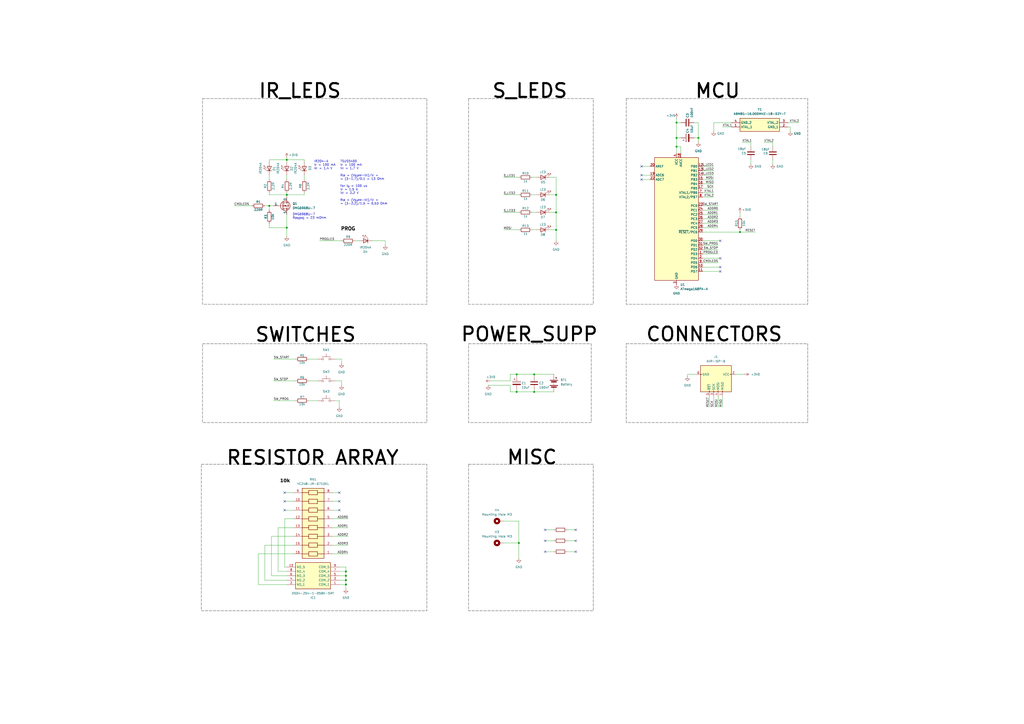
<source format=kicad_sch>
(kicad_sch (version 20231120) (generator "eeschema") (generator_version "8.0")
  (paper "A2")
  (title_block (title "RC5_Remote_Starter") (company "SPŠ NA PROSEKU") (comment 1 "SAVVA POPOV") (comment 2 "2EA") (comment 3 "L1"))
  (lib_symbols
    (symbol "Connector:AVR-ISP-6" (pin_names (offset 1.016))
      (property "Reference" "J" (at -6.35 11.43 0))
      (property "Value" "AVR-ISP-6" (at 0 11.43 0))
      (symbol "AVR-ISP-6_1_1"
        (pin passive line (at 10.16 5.08 180) (length 2.54) (name "MISO") (number "1"))
        (pin passive line (at -2.54 12.7 270) (length 2.54) (name "VCC") (number "2"))
        (pin passive line (at 10.16 0 180) (length 2.54) (name "SCK") (number "3"))
        (pin passive line (at 10.16 2.54 180) (length 2.54) (name "MOSI") (number "4"))
        (pin passive line (at 10.16 -2.54 180) (length 2.54) (name "~{RST}") (number "5"))
        (pin passive line (at -2.54 -10.16 90) (length 2.54) (name "GND") (number "6"))
      )
    )
    (symbol "Device:Battery" (pin_numbers hide) (pin_names (offset 0) hide)
      (property "Reference" "BT" (at 2.54 2.54 0))
      (property "Value" "Battery" (at 2.54 0 0))
      (symbol "Battery_1_1"
        (pin passive line (at 0 5.08 270) (length 2.54) (name "+") (number "1"))
        (pin passive line (at 0 -5.08 90) (length 2.54) (name "-") (number "2"))
      )
    )
    (symbol "Device:C" (pin_numbers hide) (pin_names (offset 0.254))
      (property "Reference" "C" (at 0.635 2.54 0))
      (property "Value" "C" (at 0.635 -2.54 0))
      (symbol "C_1_1"
        (pin passive line (at 0 3.81 270) (length 2.794) (name "~") (number "1"))
        (pin passive line (at 0 -3.81 90) (length 2.794) (name "~") (number "2"))
      )
    )
    (symbol "Device:C_Polarized" (pin_numbers hide) (pin_names (offset 0.254))
      (property "Reference" "C" (at 0.635 2.54 0))
      (property "Value" "C_Polarized" (at 0.635 -2.54 0))
      (symbol "C_Polarized_1_1"
        (pin passive line (at 0 3.81 270) (length 2.794) (name "~") (number "1"))
        (pin passive line (at 0 -3.81 90) (length 2.794) (name "~") (number "2"))
      )
    )
    (symbol "Device:LED" (pin_numbers hide) (pin_names (offset 1.016) hide)
      (property "Reference" "D" (at 0 2.54 0))
      (property "Value" "LED" (at 0 -2.54 0))
      (symbol "LED_1_1"
        (pin passive line (at -3.81 0 0) (length 2.54) (name "K") (number "1"))
        (pin passive line (at 3.81 0 180) (length 2.54) (name "A") (number "2"))
      )
    )
    (symbol "Device:R" (pin_numbers hide) (pin_names (offset 0))
      (property "Reference" "R" (at 2.032 0 90))
      (property "Value" "R" (at 0 0 90))
      (symbol "R_1_1"
        (pin passive line (at 0 3.81 270) (length 1.27) (name "~") (number "1"))
        (pin passive line (at 0 -3.81 90) (length 1.27) (name "~") (number "2"))
      )
    )
    (symbol "LED:IR204A" (pin_numbers hide) (pin_names (offset 1.016) hide)
      (property "Reference" "D" (at 0.508 1.778 0))
      (property "Value" "IR204A" (at -1.016 -2.794 0))
      (symbol "IR204A_1_1"
        (pin passive line (at -5.08 0 0) (length 2.54) (name "K") (number "1"))
        (pin passive line (at 2.54 0 180) (length 2.54) (name "A") (number "2"))
      )
    )
    (symbol "MCU_Microchip_ATmega:ATmega168PA-A"
      (property "Reference" "U" (at -12.7 36.83 0))
      (property "Value" "ATmega168PA-A" (at 2.54 -36.83 0))
      (symbol "ATmega168PA-A_1_1"
        (pin bidirectional line (at 15.24 -20.32 180) (length 2.54) (name "PD3") (number "1"))
        (pin bidirectional line (at 15.24 -27.94 180) (length 2.54) (name "PD6") (number "10"))
        (pin bidirectional line (at 15.24 -30.48 180) (length 2.54) (name "PD7") (number "11"))
        (pin bidirectional line (at 15.24 30.48 180) (length 2.54) (name "PB0") (number "12"))
        (pin bidirectional line (at 15.24 27.94 180) (length 2.54) (name "PB1") (number "13"))
        (pin bidirectional line (at 15.24 25.4 180) (length 2.54) (name "PB2") (number "14"))
        (pin bidirectional line (at 15.24 22.86 180) (length 2.54) (name "PB3") (number "15"))
        (pin bidirectional line (at 15.24 20.32 180) (length 2.54) (name "PB4") (number "16"))
        (pin bidirectional line (at 15.24 17.78 180) (length 2.54) (name "PB5") (number "17"))
        (pin power_in line (at 2.54 38.1 270) (length 2.54) (name "AVCC") (number "18"))
        (pin input line (at -15.24 25.4 0) (length 2.54) (name "ADC6") (number "19"))
        (pin bidirectional line (at 15.24 -22.86 180) (length 2.54) (name "PD4") (number "2"))
        (pin passive line (at -15.24 30.48 0) (length 2.54) (name "AREF") (number "20"))
        (pin passive line (at 0 -38.1 90) (length 2.54) hide (name "GND") (number "21"))
        (pin input line (at -15.24 22.86 0) (length 2.54) (name "ADC7") (number "22"))
        (pin bidirectional line (at 15.24 7.62 180) (length 2.54) (name "PC0") (number "23"))
        (pin bidirectional line (at 15.24 5.08 180) (length 2.54) (name "PC1") (number "24"))
        (pin bidirectional line (at 15.24 2.54 180) (length 2.54) (name "PC2") (number "25"))
        (pin bidirectional line (at 15.24 0 180) (length 2.54) (name "PC3") (number "26"))
        (pin bidirectional line (at 15.24 -2.54 180) (length 2.54) (name "PC4") (number "27"))
        (pin bidirectional line (at 15.24 -5.08 180) (length 2.54) (name "PC5") (number "28"))
        (pin bidirectional line (at 15.24 -7.62 180) (length 2.54) (name "~{RESET}/PC6") (number "29"))
        (pin power_in line (at 0 -38.1 90) (length 2.54) (name "GND") (number "3"))
        (pin bidirectional line (at 15.24 -12.7 180) (length 2.54) (name "PD0") (number "30"))
        (pin bidirectional line (at 15.24 -15.24 180) (length 2.54) (name "PD1") (number "31"))
        (pin bidirectional line (at 15.24 -17.78 180) (length 2.54) (name "PD2") (number "32"))
        (pin power_in line (at 0 38.1 270) (length 2.54) (name "VCC") (number "4"))
        (pin passive line (at 0 -38.1 90) (length 2.54) hide (name "GND") (number "5"))
        (pin passive line (at 0 38.1 270) (length 2.54) hide (name "VCC") (number "6"))
        (pin bidirectional line (at 15.24 15.24 180) (length 2.54) (name "XTAL1/PB6") (number "7"))
        (pin bidirectional line (at 15.24 12.7 180) (length 2.54) (name "XTAL2/PB7") (number "8"))
        (pin bidirectional line (at 15.24 -25.4 180) (length 2.54) (name "PD5") (number "9"))
      )
    )
    (symbol "Mechanical:MountingHole_Pad" (pin_numbers hide) (pin_names (offset 1.016) hide) (exclude_from_sim yes) (in_bom no)
      (property "Reference" "H" (at 0 6.35 0))
      (property "Value" "MountingHole_Pad" (at 0 4.445 0))
      (symbol "MountingHole_Pad_1_1"
        (pin input line (at 0 -2.54 90) (length 2.54) (name "1") (number "1"))
      )
    )
    (symbol "SUMEC:ABM8G-16.000MHZ-18-D2Y-T"
      (property "Reference" "Y" (at 29.21 7.62 0))
      (property "Value" "ABM8G-16.000MHZ-18-D2Y-T" (at 29.21 5.08 0))
      (symbol "ABM8G-16.000MHZ-18-D2Y-T_1_1"
        (pin passive line (at 0 -2.54 0) (length 5.08) (name "XTAL_1") (number "1"))
        (pin passive line (at 33.02 -2.54 180) (length 5.08) (name "GND_1") (number "2"))
        (pin passive line (at 33.02 0 180) (length 5.08) (name "XTAL_2") (number "3"))
        (pin passive line (at 0 0 0) (length 5.08) (name "GND_2") (number "4"))
      )
    )
    (symbol "SUMEC:DS04-254-1-05BK-SMT"
      (property "Reference" "IC" (at 26.67 7.62 0))
      (property "Value" "DS04-254-1-05BK-SMT" (at 26.67 5.08 0))
      (symbol "DS04-254-1-05BK-SMT_1_1"
        (pin passive line (at 0 0 0) (length 5.08) (name "COM_1") (number "1"))
        (pin passive line (at 30.48 -10.16 180) (length 5.08) (name "NO_5") (number "10"))
        (pin passive line (at 30.48 0 180) (length 5.08) (name "NO_1") (number "2"))
        (pin passive line (at 0 -2.54 0) (length 5.08) (name "COM_2") (number "3"))
        (pin passive line (at 30.48 -2.54 180) (length 5.08) (name "NO_2") (number "4"))
        (pin passive line (at 0 -5.08 0) (length 5.08) (name "COM_3") (number "5"))
        (pin passive line (at 30.48 -5.08 180) (length 5.08) (name "NO_3") (number "6"))
        (pin passive line (at 0 -7.62 0) (length 5.08) (name "COM_4") (number "7"))
        (pin passive line (at 30.48 -7.62 180) (length 5.08) (name "NO_4") (number "8"))
        (pin passive line (at 0 -10.16 0) (length 5.08) (name "COM_5") (number "9"))
      )
    )
    (symbol "SUMEC:YC248-JR-0710KL" (pin_names hide)
      (property "Reference" "RN" (at 25.908 -2.54 0))
      (property "Value" "YC248-JR-0710KL" (at 25.908 -5.08 0))
      (symbol "YC248-JR-0710KL_1_1"
        (pin passive line (at 7.62 -15.24 90) (length 5.08) (name "1") (number "1"))
        (pin passive line (at 38.1 7.62 270) (length 5.08) (name "10") (number "10"))
        (pin passive line (at 33.02 7.62 270) (length 5.08) (name "11") (number "11"))
        (pin passive line (at 27.94 7.62 270) (length 5.08) (name "12") (number "12"))
        (pin passive line (at 22.86 7.62 270) (length 5.08) (name "13") (number "13"))
        (pin passive line (at 17.78 7.62 270) (length 5.08) (name "14") (number "14"))
        (pin passive line (at 12.7 7.62 270) (length 5.08) (name "15") (number "15"))
        (pin passive line (at 7.62 7.62 270) (length 5.08) (name "16") (number "16"))
        (pin passive line (at 12.7 -15.24 90) (length 5.08) (name "2") (number "2"))
        (pin passive line (at 17.78 -15.24 90) (length 5.08) (name "3") (number "3"))
        (pin passive line (at 22.86 -15.24 90) (length 5.08) (name "4") (number "4"))
        (pin passive line (at 27.94 -15.24 90) (length 5.08) (name "5") (number "5"))
        (pin passive line (at 33.02 -15.24 90) (length 5.08) (name "6") (number "6"))
        (pin passive line (at 38.1 -15.24 90) (length 5.08) (name "7") (number "7"))
        (pin passive line (at 43.18 -15.24 90) (length 5.08) (name "8") (number "8"))
        (pin passive line (at 43.18 7.62 270) (length 5.08) (name "9") (number "9"))
      )
    )
    (symbol "Simulation_SPICE:NMOS" (pin_numbers hide) (pin_names (offset 0))
      (property "Reference" "Q" (at 5.08 1.27 0))
      (property "Value" "NMOS" (at 5.08 -1.27 0))
      (symbol "NMOS_1_1"
        (pin passive line (at 2.54 5.08 270) (length 2.54) (name "D") (number "1"))
        (pin input line (at -5.08 0 0) (length 2.54) (name "G") (number "2"))
        (pin passive line (at 2.54 -5.08 90) (length 2.54) (name "S") (number "3"))
      )
    )
    (symbol "Switch:SW_Push" (pin_numbers hide) (pin_names (offset 1.016) hide)
      (property "Reference" "SW" (at 1.27 2.54 0))
      (property "Value" "SW_Push" (at 0 -1.524 0))
      (symbol "SW_Push_0_1"
        (pin passive line (at -5.08 0 0) (length 2.54) (name "1") (number "1"))
        (pin passive line (at 5.08 0 180) (length 2.54) (name "2") (number "2"))
      )
    )
    (symbol "power:+3V0" (power) (pin_numbers hide) (pin_names (offset 0) hide)
      (property "Value" "+3V0" (at 0 3.556 0))
      (symbol "+3V0_1_1"
        (pin power_in line (at 0 0 90) (length 0) (name "~") (number "1"))
      )
    )
    (symbol "power:GND" (power) (pin_numbers hide) (pin_names (offset 0) hide)
      (property "Value" "GND" (at 0 -3.81 0))
      (symbol "GND_1_1"
        (pin power_in line (at 0 0 270) (length 0) (name "~") (number "1"))
      )
    )
  )
  (junction (at 200.66 336.55))
  (junction (at 156.21 119.38))
  (junction (at 309.88 217.17))
  (junction (at 392.43 85.09))
  (junction (at 200.66 331.47))
  (junction (at 309.88 227.33))
  (junction (at 166.37 113.03))
  (junction (at 392.43 80.01))
  (junction (at 322.58 113.03))
  (junction (at 166.37 132.08))
  (junction (at 200.66 334.01))
  (junction (at 299.72 217.17))
  (junction (at 392.43 71.12))
  (junction (at 300.99 314.96))
  (junction (at 429.26 134.62))
  (junction (at 405.13 80.01))
  (junction (at 166.37 92.71))
  (junction (at 322.58 123.19))
  (junction (at 200.66 339.09))
  (junction (at 299.72 227.33))
  (junction (at 322.58 133.35))
  (no_connect (at 316.23 313.69))
  (no_connect (at 316.23 307.34))
  (no_connect (at 196.85 285.75))
  (no_connect (at 417.83 154.94))
  (no_connect (at 196.85 295.91))
  (no_connect (at 165.1 285.75))
  (no_connect (at 372.11 101.6))
  (no_connect (at 165.1 290.83))
  (no_connect (at 165.1 295.91))
  (no_connect (at 334.01 313.69))
  (no_connect (at 334.01 307.34))
  (no_connect (at 417.83 149.86))
  (no_connect (at 196.85 290.83))
  (no_connect (at 372.11 104.14))
  (no_connect (at 372.11 96.52))
  (no_connect (at 417.83 139.7))
  (no_connect (at 417.83 157.48))
  (no_connect (at 334.01 320.04))
  (no_connect (at 316.23 320.04))
  (wire (pts (xy 308.61 123.19) (xy 309.88 123.19)))
  (wire (pts (xy 372.11 101.6) (xy 377.19 101.6)))
  (wire (pts (xy 223.52 139.7) (xy 223.52 142.24)) (stroke (width 0.1524)))
  (wire (pts (xy 417.83 154.94) (xy 407.67 154.94)))
  (wire (pts (xy 283.21 223.52) (xy 295.91 223.52)) (stroke (width 0.1524)))
  (wire (pts (xy 166.37 336.55) (xy 153.67 336.55)))
  (wire (pts (xy 318.77 102.87) (xy 322.58 102.87)) (stroke (width 0.1524)))
  (wire (pts (xy 448.31 82.55) (xy 448.31 85.09)))
  (wire (pts (xy 407.67 104.14) (xy 414.02 104.14)))
  (wire (pts (xy 407.67 121.92) (xy 416.56 121.92)))
  (wire (pts (xy 165.1 295.91) (xy 170.18 295.91)))
  (wire (pts (xy 153.67 336.55) (xy 153.67 316.23)))
  (wire (pts (xy 193.04 316.23) (xy 201.93 316.23)))
  (wire (pts (xy 308.61 113.03) (xy 309.88 113.03)))
  (wire (pts (xy 316.23 313.69) (xy 321.31 313.69)))
  (wire (pts (xy 157.48 311.15) (xy 170.18 311.15)))
  (wire (pts (xy 443.23 82.55) (xy 448.31 82.55)))
  (wire (pts (xy 166.37 132.08) (xy 166.37 124.46)) (stroke (width 0.1524)))
  (wire (pts (xy 334.01 320.04) (xy 328.93 320.04)))
  (wire (pts (xy 392.43 71.12) (xy 394.97 71.12)))
  (wire (pts (xy 414.02 229.87) (xy 414.02 236.22)))
  (wire (pts (xy 171.45 208.28) (xy 158.75 208.28)) (stroke (width 0.1524)))
  (wire (pts (xy 166.37 328.93) (xy 165.1 328.93)))
  (wire (pts (xy 309.88 217.17) (xy 321.31 217.17)) (stroke (width 0.1524)))
  (wire (pts (xy 166.37 92.71) (xy 176.53 92.71)))
  (wire (pts (xy 161.29 306.07) (xy 170.18 306.07)))
  (wire (pts (xy 322.58 113.03) (xy 322.58 123.19)) (stroke (width 0.1524)))
  (wire (pts (xy 299.72 217.17) (xy 299.72 218.44)))
  (wire (pts (xy 295.91 227.33) (xy 299.72 227.33)) (stroke (width 0.1524)))
  (wire (pts (xy 429.26 133.35) (xy 429.26 134.62)))
  (wire (pts (xy 166.37 334.01) (xy 157.48 334.01)))
  (wire (pts (xy 392.43 71.12) (xy 392.43 80.01)))
  (wire (pts (xy 176.53 101.6) (xy 176.53 104.14)))
  (wire (pts (xy 185.42 139.7) (xy 198.12 139.7)))
  (wire (pts (xy 179.07 232.41) (xy 181.61 232.41)))
  (wire (pts (xy 300.99 302.26) (xy 300.99 314.96)))
  (wire (pts (xy 200.66 331.47) (xy 200.66 328.93)))
  (wire (pts (xy 166.37 339.09) (xy 149.86 339.09)))
  (wire (pts (xy 407.67 99.06) (xy 414.02 99.06)))
  (wire (pts (xy 411.48 229.87) (xy 411.48 236.22)))
  (wire (pts (xy 179.07 208.28) (xy 184.15 208.28)))
  (wire (pts (xy 407.67 111.76) (xy 414.02 111.76)))
  (wire (pts (xy 407.67 127) (xy 416.56 127)))
  (wire (pts (xy 398.78 217.17) (xy 398.78 218.44)))
  (wire (pts (xy 405.13 71.12) (xy 402.59 71.12)))
  (wire (pts (xy 407.67 124.46) (xy 416.56 124.46)))
  (wire (pts (xy 165.1 290.83) (xy 170.18 290.83)))
  (wire (pts (xy 198.12 208.28) (xy 194.31 208.28)) (stroke (width 0.1524)))
  (wire (pts (xy 200.66 336.55) (xy 196.85 336.55)))
  (wire (pts (xy 407.67 96.52) (xy 414.02 96.52)))
  (wire (pts (xy 166.37 91.44) (xy 166.37 92.71)))
  (wire (pts (xy 407.67 134.62) (xy 429.26 134.62)))
  (wire (pts (xy 176.53 92.71) (xy 176.53 93.98)))
  (wire (pts (xy 334.01 307.34) (xy 328.93 307.34)))
  (wire (pts (xy 402.59 80.01) (xy 405.13 80.01)))
  (wire (pts (xy 299.72 227.33) (xy 309.88 227.33)) (stroke (width 0.1524)))
  (wire (pts (xy 405.13 71.12) (xy 405.13 80.01)))
  (wire (pts (xy 407.67 129.54) (xy 416.56 129.54)))
  (wire (pts (xy 311.15 102.87) (xy 309.88 102.87)) (stroke (width 0.1524)))
  (wire (pts (xy 394.97 88.9) (xy 394.97 85.09)))
  (wire (pts (xy 458.47 73.66) (xy 457.2 73.66)))
  (wire (pts (xy 407.67 119.38) (xy 416.56 119.38)))
  (wire (pts (xy 394.97 80.01) (xy 392.43 80.01)))
  (wire (pts (xy 392.43 80.01) (xy 392.43 85.09)))
  (wire (pts (xy 407.67 144.78) (xy 416.56 144.78)))
  (wire (pts (xy 394.97 85.09) (xy 392.43 85.09)))
  (wire (pts (xy 158.75 232.41) (xy 171.45 232.41)) (stroke (width 0.1524)))
  (wire (pts (xy 431.8 217.17) (xy 426.72 217.17)))
  (wire (pts (xy 417.83 139.7) (xy 407.67 139.7)))
  (wire (pts (xy 196.85 339.09) (xy 200.66 339.09)))
  (wire (pts (xy 392.43 85.09) (xy 392.43 88.9)))
  (wire (pts (xy 200.66 341.63) (xy 200.66 339.09)))
  (wire (pts (xy 198.12 208.28) (xy 198.12 210.82)) (stroke (width 0.1524)))
  (wire (pts (xy 407.67 132.08) (xy 416.56 132.08)))
  (wire (pts (xy 299.72 217.17) (xy 309.88 217.17)) (stroke (width 0.1524)))
  (wire (pts (xy 318.77 133.35) (xy 322.58 133.35)) (stroke (width 0.1524)))
  (wire (pts (xy 407.67 101.6) (xy 414.02 101.6)))
  (wire (pts (xy 372.11 96.52) (xy 377.19 96.52)))
  (wire (pts (xy 205.74 139.7) (xy 207.01 139.7)))
  (wire (pts (xy 429.26 123.19) (xy 429.26 125.73)))
  (wire (pts (xy 200.66 334.01) (xy 196.85 334.01)))
  (wire (pts (xy 166.37 331.47) (xy 161.29 331.47)))
  (wire (pts (xy 158.75 220.98) (xy 171.45 220.98)))
  (wire (pts (xy 200.66 339.09) (xy 200.66 336.55)))
  (wire (pts (xy 392.43 68.58) (xy 392.43 71.12)))
  (wire (pts (xy 405.13 82.55) (xy 405.13 80.01)))
  (wire (pts (xy 419.1 229.87) (xy 419.1 236.22)))
  (wire (pts (xy 309.88 226.06) (xy 309.88 227.33)))
  (wire (pts (xy 156.21 119.38) (xy 156.21 121.92)) (stroke (width 0.1524)))
  (wire (pts (xy 334.01 313.69) (xy 328.93 313.69)))
  (wire (pts (xy 308.61 102.87) (xy 309.88 102.87)))
  (wire (pts (xy 414.02 71.12) (xy 414.02 76.2)))
  (wire (pts (xy 165.1 328.93) (xy 165.1 300.99)))
  (wire (pts (xy 200.66 334.01) (xy 200.66 331.47)))
  (wire (pts (xy 156.21 92.71) (xy 166.37 92.71)))
  (wire (pts (xy 194.31 232.41) (xy 196.85 232.41)) (stroke (width 0.1524)))
  (wire (pts (xy 179.07 220.98) (xy 184.15 220.98)))
  (wire (pts (xy 166.37 113.03) (xy 156.21 113.03)))
  (wire (pts (xy 417.83 149.86) (xy 407.67 149.86)))
  (wire (pts (xy 398.78 217.17) (xy 403.86 217.17)))
  (wire (pts (xy 318.77 123.19) (xy 322.58 123.19)) (stroke (width 0.1524)))
  (wire (pts (xy 435.61 82.55) (xy 435.61 85.09)))
  (wire (pts (xy 215.9 139.7) (xy 223.52 139.7)) (stroke (width 0.1524)))
  (wire (pts (xy 193.04 321.31) (xy 201.93 321.31)))
  (wire (pts (xy 156.21 129.54) (xy 156.21 132.08)))
  (wire (pts (xy 309.88 217.17) (xy 309.88 218.44)))
  (wire (pts (xy 292.1 302.26) (xy 300.99 302.26)))
  (wire (pts (xy 153.67 119.38) (xy 156.21 119.38)) (stroke (width 0.1524)))
  (wire (pts (xy 193.04 311.15) (xy 201.93 311.15)))
  (wire (pts (xy 416.56 229.87) (xy 416.56 236.22)))
  (wire (pts (xy 414.02 114.3) (xy 407.67 114.3)))
  (wire (pts (xy 322.58 102.87) (xy 322.58 113.03)) (stroke (width 0.1524)))
  (wire (pts (xy 322.58 123.19) (xy 322.58 133.35)) (stroke (width 0.1524)))
  (wire (pts (xy 196.85 232.41) (xy 196.85 236.22)) (stroke (width 0.1524)))
  (wire (pts (xy 166.37 111.76) (xy 166.37 113.03)))
  (wire (pts (xy 299.72 123.19) (xy 292.1 123.19)) (stroke (width 0.1524)))
  (wire (pts (xy 156.21 132.08) (xy 166.37 132.08)) (stroke (width 0.1524)))
  (wire (pts (xy 407.67 152.4) (xy 416.56 152.4)))
  (wire (pts (xy 156.21 119.38) (xy 158.75 119.38)) (stroke (width 0.1524)))
  (wire (pts (xy 208.28 139.7) (xy 207.01 139.7)) (stroke (width 0.1524)))
  (wire (pts (xy 292.1 314.96) (xy 300.99 314.96)))
  (wire (pts (xy 181.61 232.41) (xy 184.15 232.41)) (stroke (width 0.1524)))
  (wire (pts (xy 322.58 133.35) (xy 322.58 139.7)) (stroke (width 0.1524)))
  (wire (pts (xy 407.67 142.24) (xy 416.56 142.24)))
  (wire (pts (xy 299.72 133.35) (xy 292.1 133.35)) (stroke (width 0.1524)))
  (wire (pts (xy 299.72 226.06) (xy 299.72 227.33)))
  (wire (pts (xy 407.67 109.22) (xy 414.02 109.22)))
  (wire (pts (xy 299.72 102.87) (xy 292.1 102.87)) (stroke (width 0.1524)))
  (wire (pts (xy 429.26 134.62) (xy 438.15 134.62)))
  (wire (pts (xy 153.67 316.23) (xy 170.18 316.23)))
  (wire (pts (xy 309.88 227.33) (xy 321.31 227.33)) (stroke (width 0.1524)))
  (wire (pts (xy 156.21 93.98) (xy 156.21 92.71)))
  (wire (pts (xy 196.85 285.75) (xy 193.04 285.75)))
  (wire (pts (xy 176.53 113.03) (xy 166.37 113.03)))
  (wire (pts (xy 156.21 101.6) (xy 156.21 104.14)))
  (wire (pts (xy 196.85 295.91) (xy 193.04 295.91)))
  (wire (pts (xy 414.02 71.12) (xy 424.18 71.12)))
  (wire (pts (xy 193.04 300.99) (xy 201.93 300.99)))
  (wire (pts (xy 463.55 71.12) (xy 457.2 71.12)))
  (wire (pts (xy 458.47 73.66) (xy 458.47 76.2)))
  (wire (pts (xy 299.72 113.03) (xy 300.99 113.03)))
  (wire (pts (xy 295.91 223.52) (xy 295.91 227.33)) (stroke (width 0.1524)))
  (wire (pts (xy 419.1 73.66) (xy 424.18 73.66)))
  (wire (pts (xy 300.99 314.96) (xy 300.99 323.85)))
  (wire (pts (xy 316.23 320.04) (xy 321.31 320.04)))
  (wire (pts (xy 299.72 133.35) (xy 300.99 133.35)))
  (wire (pts (xy 149.86 321.31) (xy 170.18 321.31)))
  (wire (pts (xy 166.37 137.16) (xy 166.37 132.08)))
  (wire (pts (xy 200.66 336.55) (xy 200.66 334.01)))
  (wire (pts (xy 299.72 113.03) (xy 292.1 113.03)) (stroke (width 0.1524)))
  (wire (pts (xy 200.66 328.93) (xy 196.85 328.93)))
  (wire (pts (xy 311.15 123.19) (xy 309.88 123.19)) (stroke (width 0.1524)))
  (wire (pts (xy 198.12 220.98) (xy 194.31 220.98)) (stroke (width 0.1524)))
  (wire (pts (xy 176.53 111.76) (xy 176.53 113.03)))
  (wire (pts (xy 430.53 82.55) (xy 435.61 82.55)))
  (wire (pts (xy 166.37 101.6) (xy 166.37 104.14)))
  (wire (pts (xy 157.48 334.01) (xy 157.48 311.15)))
  (wire (pts (xy 135.89 119.38) (xy 146.05 119.38)))
  (wire (pts (xy 165.1 300.99) (xy 170.18 300.99)))
  (wire (pts (xy 166.37 113.03) (xy 166.37 114.3)))
  (wire (pts (xy 284.48 220.98) (xy 295.91 220.98)) (stroke (width 0.1524)))
  (wire (pts (xy 166.37 92.71) (xy 166.37 93.98)))
  (wire (pts (xy 156.21 111.76) (xy 156.21 113.03)))
  (wire (pts (xy 448.31 92.71) (xy 448.31 95.25)))
  (wire (pts (xy 372.11 104.14) (xy 377.19 104.14)))
  (wire (pts (xy 316.23 307.34) (xy 321.31 307.34)))
  (wire (pts (xy 198.12 220.98) (xy 198.12 223.52)) (stroke (width 0.1524)))
  (wire (pts (xy 311.15 113.03) (xy 309.88 113.03)) (stroke (width 0.1524)))
  (wire (pts (xy 161.29 331.47) (xy 161.29 306.07)))
  (wire (pts (xy 200.66 331.47) (xy 196.85 331.47)))
  (wire (pts (xy 407.67 147.32) (xy 416.56 147.32)))
  (wire (pts (xy 149.86 339.09) (xy 149.86 321.31)))
  (wire (pts (xy 318.77 113.03) (xy 322.58 113.03)) (stroke (width 0.1524)))
  (wire (pts (xy 435.61 92.71) (xy 435.61 95.25)))
  (wire (pts (xy 299.72 102.87) (xy 300.99 102.87)))
  (wire (pts (xy 308.61 133.35) (xy 311.15 133.35)) (stroke (width 0.1524)))
  (wire (pts (xy 295.91 217.17) (xy 299.72 217.17)) (stroke (width 0.1524)))
  (wire (pts (xy 165.1 285.75) (xy 170.18 285.75)))
  (wire (pts (xy 299.72 123.19) (xy 300.99 123.19)))
  (wire (pts (xy 193.04 306.07) (xy 201.93 306.07)))
  (wire (pts (xy 196.85 290.83) (xy 193.04 290.83)))
  (wire (pts (xy 407.67 106.68) (xy 414.02 106.68)))
  (wire (pts (xy 417.83 157.48) (xy 407.67 157.48)))
  (wire (pts (xy 295.91 220.98) (xy 295.91 217.17)) (stroke (width 0.1524)))
  (rectangle (start 117.475 57.15) (end 247.65 176.53) (stroke (width 0) (type dash) (color 0 0 0 1)))
  (rectangle (start 117.475 199.39) (end 247.65 245.11) (stroke (width 0) (type dash) (color 0 0 0 1)))
  (rectangle (start 271.78 199.39) (end 342.9 245.11) (stroke (width 0) (type dash) (color 0 0 0 1)))
  (rectangle (start 271.78 269.24) (end 344.17 354.33) (stroke (width 0) (type dash) (color 0 0 0 1)))
  (rectangle (start 116.84 269.24) (end 247.65 354.33) (stroke (width 0) (type dash) (color 0 0 0 1)))
  (rectangle (start 363.22 199.39) (end 468.63 245.11) (stroke (width 0) (type dash) (color 0 0 0 1)))
  (rectangle (start 271.78 57.15) (end 344.17 176.53) (stroke (width 0) (type dash) (color 0 0 0 1)))
  (rectangle (start 363.22 57.15) (end 468.63 176.53) (stroke (width 0) (type dash) (color 0 0 0 1)))
  (text "MISC" (at 308.61 265.43 0) (effects (font (size 8 8) (thickness 1.2) (bold yes))))
  (text "MCU" (at 416.306 52.832 0) (effects (font (size 8 8) (thickness 1.2) (bold yes))))
  (text "IR204-A\nI_{F} = 100 mA\nV_{F} = 1.4 V" (at 182.118 92.964 0) (effects (font (size 1.27 1.27)) (justify left top)))
  (text "SWITCHES" (at 177.292 194.31 0) (effects (font (size 8 8) (thickness 1.2) (bold yes))))
  (text "10k" (at 165.354 279.654 0) (effects (font (size 2 2) (thickness 0.4) (bold yes))))
  (text "POWER_SUPP" (at 307.086 194.056 0) (effects (font (size 8 8) (thickness 1.2) (bold yes))))
  (text "RESISTOR ARRAY" (at 181.356 265.684 0) (effects (font (size 8 8) (thickness 1.2) (bold yes))))
  (text "TSUS5400\nI_{F} = 100 mA\nV_{F} = 1.7 V\n\nR_{IR} = (V_{SUPP}-V_{F})/I_{F} =\n= (3-1.7)/0.1 = 13 Ohm\n\nfor t_{p} < 100 us\nI_{F} = 1.5 A\nV_{F} = 2.2 V\n\nR_{IR} = (V_{SUPP}-V_{F})/I_{F} =\n= (3-2.2)/1.5 = 0.53 Ohm\n" (at 197.358 92.964 0) (effects (font (size 1.27 1.27)) (justify left top)))
  (text "S_LEDS" (at 307.34 52.832 0) (effects (font (size 8 8) (thickness 1.2) (bold yes))))
  (text "CONNECTORS" (at 414.274 194.056 0) (effects (font (size 8 8) (thickness 1.2) (bold yes))))
  (text "IR_LEDS" (at 173.99 52.832 0) (effects (font (size 8 8) (thickness 1.2) (bold yes))))
  (text "PROG" (at 201.93 132.842 0) (effects (font (size 2 2) (bold yes))))
  (text "DMG6968U-7\nR_{DS(ON)} = 23 mOhm" (at 169.672 123.698 0) (effects (font (size 1.27 1.27)) (justify left top)))
  (label "MISO" (at 419.1 236.22 90) (effects (font (size 1.2446 1.2446))))
  (label "XTAL1" (at 414.02 111.76 180) (effects (font (size 1.2446 1.2446))))
  (label "MOSI" (at 416.56 236.22 90) (effects (font (size 1.2446 1.2446))))
  (label "XTAL2" (at 443.23 82.55 0) (effects (font (size 1.2446 1.2446))))
  (label "PROGLED" (at 185.42 139.7 0) (effects (font (size 1.2446 1.2446))))
  (label "SW_PROG" (at 416.56 142.24 180) (effects (font (size 1.2446 1.2446))))
  (label "ADDR2" (at 416.56 127 180) (effects (font (size 1.2446 1.2446))))
  (label "S_LED1" (at 292.1 102.87 0) (effects (font (size 1.2446 1.2446))))
  (label "SCK" (at 414.02 236.22 90) (effects (font (size 1.2446 1.2446))))
  (label "XTAL1" (at 419.1 73.66 0) (effects (font (size 1.2446 1.2446))))
  (label "ADDR0" (at 201.93 300.99 180) (effects (font (size 1.2446 1.2446))))
  (label "MOSI" (at 292.1 133.35 0) (effects (font (size 1.2446 1.2446))))
  (label "RESET" (at 438.15 134.62 180) (effects (font (size 1.2446 1.2446))))
  (label "SW_START" (at 158.75 208.28 0) (effects (font (size 1.2446 1.2446))))
  (label "MISO" (at 414.02 106.68 180) (effects (font (size 1.2446 1.2446))))
  (label "MOSI" (at 414.02 104.14 180) (effects (font (size 1.2446 1.2446))))
  (label "S_LED3" (at 292.1 123.19 0) (effects (font (size 1.2446 1.2446))))
  (label "XTAL2" (at 463.55 71.12 180) (effects (font (size 1.2446 1.2446))))
  (label "ADDR1" (at 416.56 124.46 180) (effects (font (size 1.2446 1.2446))))
  (label "SW_STOP" (at 158.75 220.98 0) (effects (font (size 1.2446 1.2446))))
  (label "RESET" (at 411.48 236.22 90) (effects (font (size 1.2446 1.2446))))
  (label "S_LED2" (at 292.1 113.03 0) (effects (font (size 1.2446 1.2446))))
  (label "SW_START" (at 416.56 119.38 180) (effects (font (size 1.2446 1.2446))))
  (label "S_LED3" (at 414.02 101.6 180) (effects (font (size 1.2446 1.2446))))
  (label "S_LED2" (at 414.02 99.06 180) (effects (font (size 1.2446 1.2446))))
  (label "ADDR3" (at 416.56 129.54 180) (effects (font (size 1.2446 1.2446))))
  (label "ADDR1" (at 201.93 306.07 180) (effects (font (size 1.2446 1.2446))))
  (label "ADDR2" (at 201.93 311.15 180) (effects (font (size 1.2446 1.2446))))
  (label "ADDR0" (at 416.56 121.92 180) (effects (font (size 1.2446 1.2446))))
  (label "CMDLEDS" (at 135.89 119.38 0) (effects (font (size 1.2446 1.2446))))
  (label "ADDR3" (at 201.93 316.23 180) (effects (font (size 1.2446 1.2446))))
  (label "PROGLED" (at 416.56 147.32 180) (effects (font (size 1.2446 1.2446))))
  (label "XTAL1" (at 430.53 82.55 0) (effects (font (size 1.2446 1.2446))))
  (label "XTAL2" (at 414.02 114.3 180) (effects (font (size 1.2446 1.2446))))
  (label "ADDR4" (at 416.56 132.08 180) (effects (font (size 1.2446 1.2446))))
  (label "CMDLEDS" (at 416.56 152.4 180) (effects (font (size 1.2446 1.2446))))
  (label "ADDR4" (at 201.93 321.31 180) (effects (font (size 1.2446 1.2446))))
  (label "SCK" (at 414.02 109.22 180) (effects (font (size 1.2446 1.2446))))
  (label "SW_PROG" (at 158.75 232.41 0) (effects (font (size 1.2446 1.2446))))
  (label "S_LED1" (at 414.02 96.52 180) (effects (font (size 1.2446 1.2446))))
  (label "SW_STOP" (at 416.56 144.78 180) (effects (font (size 1.2446 1.2446))))
  (symbol (lib_id "Device:C") (at 398.78 71.12 90) (unit 1)
    (property "Reference" "C3" (at 398.78 68.326 0) (effects (justify left)))
    (property "Value" "100nF" (at 401.32 68.326 0) (effects (justify left)))
    (property "Footprint" "Capacitor_SMD:C_0805_2012Metric_Pad1.18x1.45mm_HandSolder" (effects (hide yes)))
    (property "Description" "Unpolarized capacitor" (effects (hide yes)))
  )
  (symbol (lib_id "Device:R") (at 325.12 313.69 90) (unit 1)
    (property "Reference" "R16" (effects (hide yes)))
    (property "Value" "R" (effects (hide yes)))
    (property "Footprint" "sumec-smdV2_library:SPS LOGO" (effects (hide yes)))
    (property "Description" "Resistor" (effects (hide yes)))
  )
  (symbol (lib_id "power:GND") (at 223.52 142.24 0) (unit 1)
    (property "Reference" "#PWR07" (effects (hide yes)))
    (property "Value" "GND" (at 223.52 147.32 0))
    (property "Description" "Power symbol creates a global label with name \"GND\" , ground" (effects (hide yes)))
  )
  (symbol (lib_id "power:GND") (at 392.43 165.1 0) (unit 1)
    (property "Reference" "#PWR012" (effects (hide yes)))
    (property "Value" "GND" (at 392.43 170.18 0))
    (property "Description" "Power symbol creates a global label with name \"GND\" , ground" (effects (hide yes)))
  )
  (symbol (lib_id "power:GND") (at 322.58 139.7 0) (unit 1)
    (property "Reference" "#PWR010" (effects (hide yes)))
    (property "Value" "GND" (at 322.58 144.78 0))
    (property "Description" "Power symbol creates a global label with name \"GND\" , ground" (effects (hide yes)))
  )
  (symbol (lib_id "Switch:SW_Push") (at 189.23 232.41 0) (unit 1)
    (property "Reference" "SW3" (at 189.23 227.076 0))
    (property "Value" "SW_Push" (effects (hide yes)))
    (property "Footprint" "Button_Switch_THT:SW_PUSH_6mm" (effects (hide yes)))
    (property "Description" "Push button switch, generic, two pins" (effects (hide yes)))
  )
  (symbol (lib_id "LED:IR204A") (at 166.37 96.52 90) (unit 1)
    (property "Reference" "D2" (at 169.164 97.79 0))
    (property "Value" "IR204A" (at 161.29 97.663 0))
    (property "Footprint" "LED_THT:LED_D3.0mm_Horizontal_O3.81mm_Z10.0mm_flipped" (effects (hide yes)))
    (property "Datasheet" "http://www.everlight.com/file/ProductFile/IR204-A.pdf" (effects (hide yes)))
    (property "Description" "Infrared LED , 3mm LED package" (effects (hide yes)))
  )
  (symbol (lib_id "Device:R") (at 175.26 220.98 90) (unit 1)
    (property "Reference" "R6" (at 175.26 218.948 90))
    (property "Value" "10k" (at 175.26 223.012 90))
    (property "Footprint" "Resistor_SMD:R_0805_2012Metric_Pad1.20x1.40mm_HandSolder" (effects (hide yes)))
    (property "Description" "Resistor" (effects (hide yes)))
  )
  (symbol (lib_id "Device:C_Polarized") (at 398.78 80.01 90) (unit 1)
    (property "Reference" "C4" (at 398.78 77.216 0) (effects (justify left)))
    (property "Value" "10uF" (at 401.32 77.216 0) (effects (justify left)))
    (property "Footprint" "Capacitor_Tantalum_SMD:CP_EIA-3216-18_Kemet-A_Pad1.58x1.35mm_HandSolder" (effects (hide yes)))
    (property "Description" "Polarized capacitor" (effects (hide yes)))
  )
  (symbol (lib_id "power:GND") (at 300.99 323.85 0) (unit 1)
    (property "Reference" "#PWR021" (effects (hide yes)))
    (property "Value" "GND" (at 300.99 328.93 0))
    (property "Description" "Power symbol creates a global label with name \"GND\" , ground" (effects (hide yes)))
  )
  (symbol (lib_id "power:GND") (at 200.66 341.63 0) (unit 1)
    (property "Reference" "#PWR06" (effects (hide yes)))
    (property "Value" "GND" (at 200.66 346.71 0))
    (property "Description" "Power symbol creates a global label with name \"GND\" , ground" (effects (hide yes)))
  )
  (symbol (lib_id "power:GND") (at 448.31 95.25 0) (unit 1)
    (property "Reference" "#PWR019" (effects (hide yes)))
    (property "Value" "GND" (at 452.374 96.52 0))
    (property "Description" "Power symbol creates a global label with name \"GND\" , ground" (effects (hide yes)))
  )
  (symbol (lib_id "Device:LED") (at 314.96 102.87 180) (unit 1)
    (property "Reference" "D5" (at 314.96 105.664 0))
    (property "Value" "LED" (at 314.96 99.822 0))
    (property "Footprint" "LED_SMD:LED_0805_2012Metric_Pad1.15x1.40mm_HandSolder" (effects (hide yes)))
    (property "Description" "Light emitting diode" (effects (hide yes)))
  )
  (symbol (lib_id "power:GND") (at 414.02 76.2 0) (unit 1)
    (property "Reference" "#PWR015" (effects (hide yes)))
    (property "Value" "GND" (at 418.084 77.47 0))
    (property "Description" "Power symbol creates a global label with name \"GND\" , ground" (effects (hide yes)))
  )
  (symbol (lib_id "Mechanical:MountingHole_Pad") (at 289.56 302.26 90) (unit 1) (exclude_from_sim yes) (in_bom no)
    (property "Reference" "H4" (at 288.29 295.91 90))
    (property "Value" "Mounting Hole M3" (at 288.29 298.45 90))
    (property "Footprint" "MountingHole:MountingHole_3.2mm_M3_ISO7380_Pad" (effects (hide yes)))
    (property "Description" "Mounting Hole with connection" (effects (hide yes)))
  )
  (symbol (lib_id "power:GND") (at 198.12 210.82 0) (unit 1)
    (property "Reference" "#PWR04" (effects (hide yes)))
    (property "Value" "GND" (at 198.12 215.9 0))
    (property "Description" "Power symbol creates a global label with name \"GND\" , ground" (effects (hide yes)))
  )
  (symbol (lib_id "Connector:AVR-ISP-6") (at 414.02 219.71 270) (unit 1)
    (property "Reference" "J1" (at 415.29 207.01 90))
    (property "Value" "AVR-ISP-6" (at 415.29 209.55 90))
    (property "Footprint" "Connector_PinHeader_2.54mm:PinHeader_2x03_P2.54mm_Vertical" (effects (hide yes)))
    (property "Datasheet" " ~" (effects (hide yes)))
    (property "Description" "Atmel 6-pin ISP connector" (effects (hide yes)))
  )
  (symbol (lib_id "LED:IR204A") (at 210.82 139.7 0) (mirror y) (unit 1)
    (property "Reference" "D4" (at 211.963 146.05 0))
    (property "Value" "IR204A" (at 211.963 143.51 0))
    (property "Footprint" "LED_THT:LED_D3.0mm_Horizontal_O3.81mm_Z10.0mm_flipped" (effects (hide yes)))
    (property "Datasheet" "http://www.everlight.com/file/ProductFile/IR204-A.pdf" (effects (hide yes)))
    (property "Description" "Infrared LED , 3mm LED package" (effects (hide yes)))
  )
  (symbol (lib_id "Device:R") (at 304.8 102.87 90) (unit 1)
    (property "Reference" "R10" (at 304.8 100.584 90))
    (property "Value" "1k" (at 304.8 105.156 90))
    (property "Footprint" "Resistor_SMD:R_0805_2012Metric_Pad1.20x1.40mm_HandSolder" (effects (hide yes)))
    (property "Description" "Resistor" (effects (hide yes)))
  )
  (symbol (lib_id "Device:R") (at 429.26 129.54 180) (unit 1)
    (property "Reference" "R15" (at 427.228 129.54 90))
    (property "Value" "10k" (at 431.546 129.54 90))
    (property "Footprint" "Resistor_SMD:R_0805_2012Metric_Pad1.20x1.40mm_HandSolder" (effects (hide yes)))
    (property "Description" "Resistor" (effects (hide yes)))
  )
  (symbol (lib_id "Device:C_Polarized") (at 299.72 222.25 0) (unit 1)
    (property "Reference" "C1" (at 302.514 222.25 0) (effects (justify left)))
    (property "Value" "10uF" (at 302.514 224.79 0) (effects (justify left)))
    (property "Footprint" "Capacitor_Tantalum_SMD:CP_EIA-3216-18_Kemet-A_Pad1.58x1.35mm_HandSolder" (effects (hide yes)))
    (property "Description" "Polarized capacitor" (effects (hide yes)))
  )
  (symbol (lib_id "Device:R") (at 325.12 320.04 90) (unit 1)
    (property "Reference" "R17" (effects (hide yes)))
    (property "Value" "R" (effects (hide yes)))
    (property "Footprint" "sumec-remote_library:boi" (effects (hide yes)))
    (property "Description" "Resistor" (effects (hide yes)))
  )
  (symbol (lib_id "Device:R") (at 149.86 119.38 90) (unit 1)
    (property "Reference" "R1" (at 149.86 117.094 90))
    (property "Value" "220R" (at 149.86 121.666 90))
    (property "Footprint" "Resistor_SMD:R_0805_2012Metric_Pad1.20x1.40mm_HandSolder" (effects (hide yes)))
    (property "Description" "Resistor" (effects (hide yes)))
  )
  (symbol (lib_id "Device:R") (at 201.93 139.7 90) (unit 1)
    (property "Reference" "R9" (at 201.93 137.414 90))
    (property "Value" "220R" (at 201.93 141.986 90))
    (property "Footprint" "Resistor_SMD:R_0805_2012Metric_Pad1.20x1.40mm_HandSolder" (effects (hide yes)))
    (property "Description" "Resistor" (effects (hide yes)))
  )
  (symbol (lib_id "Switch:SW_Push") (at 189.23 208.28 0) (unit 1)
    (property "Reference" "SW1" (at 189.23 202.946 0))
    (property "Value" "SW_Push" (effects (hide yes)))
    (property "Footprint" "Button_Switch_THT:SW_PUSH_6mm" (effects (hide yes)))
    (property "Description" "Push button switch, generic, two pins" (effects (hide yes)))
  )
  (symbol (lib_id "power:+3V0") (at 431.8 217.17 270) (unit 1)
    (property "Reference" "#PWR017" (effects (hide yes)))
    (property "Value" "+3V0" (at 435.61 217.1699 90) (effects (justify left)))
    (property "Description" "Power symbol creates a global label with name \"+3V0\"" (effects (hide yes)))
  )
  (symbol (lib_id "power:GND") (at 166.37 137.16 0) (unit 1)
    (property "Reference" "#PWR02" (effects (hide yes)))
    (property "Value" "GND" (at 166.37 142.24 0))
    (property "Description" "Power symbol creates a global label with name \"GND\" , ground" (effects (hide yes)))
  )
  (symbol (lib_id "Device:R") (at 156.21 125.73 180) (unit 1)
    (property "Reference" "R3" (at 154.178 125.73 90))
    (property "Value" "10k" (at 158.242 125.73 90))
    (property "Footprint" "Resistor_SMD:R_0805_2012Metric_Pad1.20x1.40mm_HandSolder" (effects (hide yes)))
    (property "Description" "Resistor" (effects (hide yes)))
  )
  (symbol (lib_id "power:GND") (at 398.78 218.44 0) (unit 1)
    (property "Reference" "#PWR013" (effects (hide yes)))
    (property "Value" "GND" (at 398.78 223.52 0))
    (property "Description" "Power symbol creates a global label with name \"GND\" , ground" (effects (hide yes)))
  )
  (symbol (lib_id "LED:IR204A") (at 156.21 96.52 90) (unit 1)
    (property "Reference" "D1" (at 159.004 97.79 0))
    (property "Value" "IR204A" (at 151.13 97.663 0))
    (property "Footprint" "LED_THT:LED_D3.0mm_Horizontal_O3.81mm_Z10.0mm" (effects (hide yes)))
    (property "Datasheet" "http://www.everlight.com/file/ProductFile/IR204-A.pdf" (effects (hide yes)))
    (property "Description" "Infrared LED , 3mm LED package" (effects (hide yes)))
  )
  (symbol (lib_id "Device:R") (at 166.37 107.95 180) (unit 1)
    (property "Reference" "R4" (at 164.084 107.95 90))
    (property "Value" "2.2R" (at 168.656 107.95 90))
    (property "Footprint" "Resistor_SMD:R_0805_2012Metric_Pad1.20x1.40mm_HandSolder" (effects (hide yes)))
    (property "Description" "Resistor" (effects (hide yes)))
  )
  (symbol (lib_id "power:GND") (at 196.85 236.22 0) (unit 1)
    (property "Reference" "#PWR03" (effects (hide yes)))
    (property "Value" "GND" (at 196.85 241.3 0))
    (property "Description" "Power symbol creates a global label with name \"GND\" , ground" (effects (hide yes)))
  )
  (symbol (lib_id "Device:R") (at 156.21 107.95 180) (unit 1)
    (property "Reference" "R2" (at 153.924 107.95 90))
    (property "Value" "2.2R" (at 158.496 107.95 90))
    (property "Footprint" "Resistor_SMD:R_0805_2012Metric_Pad1.20x1.40mm_HandSolder" (effects (hide yes)))
    (property "Description" "Resistor" (effects (hide yes)))
  )
  (symbol (lib_id "power:GND") (at 458.47 76.2 0) (unit 1)
    (property "Reference" "#PWR020" (effects (hide yes)))
    (property "Value" "GND" (at 462.534 77.47 0))
    (property "Description" "Power symbol creates a global label with name \"GND\" , ground" (effects (hide yes)))
  )
  (symbol (lib_id "Mechanical:MountingHole_Pad") (at 289.56 314.96 90) (unit 1) (exclude_from_sim yes) (in_bom no)
    (property "Reference" "H3" (at 288.29 308.61 90))
    (property "Value" "Mounting Hole M3" (at 288.29 311.15 90))
    (property "Footprint" "MountingHole:MountingHole_3.2mm_M3_ISO7380_Pad" (effects (hide yes)))
    (property "Description" "Mounting Hole with connection" (effects (hide yes)))
  )
  (symbol (lib_id "power:+3V0") (at 392.43 68.58 0) (unit 1)
    (property "Reference" "#PWR011" (effects (hide yes)))
    (property "Value" "+3V0" (at 389.128 67.056 0))
    (property "Description" "Power symbol creates a global label with name \"+3V0\"" (effects (hide yes)))
  )
  (symbol (lib_id "Device:R") (at 325.12 307.34 90) (unit 1)
    (property "Reference" "R14" (effects (hide yes)))
    (property "Value" "R" (effects (hide yes)))
    (property "Footprint" "sumec-remote_library:purosidenegative" (effects (hide yes)))
    (property "Description" "Resistor" (effects (hide yes)))
  )
  (symbol (lib_id "Device:LED") (at 314.96 133.35 180) (unit 1)
    (property "Reference" "D8" (at 314.96 136.144 0))
    (property "Value" "LED" (at 314.96 130.302 0))
    (property "Footprint" "LED_SMD:LED_0805_2012Metric_Pad1.15x1.40mm_HandSolder" (effects (hide yes)))
    (property "Description" "Light emitting diode" (effects (hide yes)))
  )
  (symbol (lib_id "Device:C") (at 309.88 222.25 0) (unit 1)
    (property "Reference" "C2" (at 312.674 222.25 0) (effects (justify left)))
    (property "Value" "100nF" (at 312.674 224.79 0) (effects (justify left)))
    (property "Footprint" "Capacitor_SMD:C_0805_2012Metric_Pad1.18x1.45mm_HandSolder" (effects (hide yes)))
    (property "Description" "Unpolarized capacitor" (effects (hide yes)))
  )
  (symbol (lib_id "power:GND") (at 435.61 95.25 0) (unit 1)
    (property "Reference" "#PWR018" (effects (hide yes)))
    (property "Value" "GND" (at 439.674 96.52 0))
    (property "Description" "Power symbol creates a global label with name \"GND\" , ground" (effects (hide yes)))
  )
  (symbol (lib_id "Device:R") (at 175.26 232.41 90) (unit 1)
    (property "Reference" "R7" (at 175.26 230.378 90))
    (property "Value" "10k" (at 175.26 234.442 90))
    (property "Footprint" "Resistor_SMD:R_0805_2012Metric_Pad1.20x1.40mm_HandSolder" (effects (hide yes)))
    (property "Description" "Resistor" (effects (hide yes)))
  )
  (symbol (lib_id "Device:C") (at 435.61 88.9 180) (unit 1)
    (property "Reference" "C5" (at 432.816 88.9 0) (effects (justify left)))
    (property "Value" "18pF" (at 432.816 86.36 0) (effects (justify left)))
    (property "Footprint" "Capacitor_SMD:C_0805_2012Metric_Pad1.18x1.45mm_HandSolder" (effects (hide yes)))
    (property "Description" "Unpolarized capacitor" (effects (hide yes)))
  )
  (symbol (lib_id "SUMEC:YC248-JR-0710KL") (at 177.8 328.93 90) (unit 1)
    (property "Reference" "RN1" (at 181.61 278.13 90))
    (property "Value" "YC248-JR-0710KL" (at 181.61 280.67 90))
    (property "Footprint" "sumec-remote_library:resistor_array" (effects (hide yes)))
    (property "Datasheet" "https://www.arrow.com/en/products/yc248-jr-0710kl/yageo?region=nac" (effects (hide yes)))
    (property "Description" "Resistor Networks & Arrays 10K 5% CONVEX SQUARE 8X0402" (effects (hide yes)))
    (property "Height" "0.55" (effects (hide yes)))
    (property "Mouser Part Number" "603-YC248-JR-0710KL" (effects (hide yes)))
    (property "Mouser Price/Stock" "https://www.mouser.co.uk/ProductDetail/YAGEO/YC248-JR-0710KL?qs=8cPjvKtxWv7XgZyJevtvWg%3D%3D" (effects (hide yes)))
    (property "Manufacturer_Name" "YAGEO" (effects (hide yes)))
    (property "Manufacturer_Part_Number" "YC248-JR-0710KL" (effects (hide yes)))
  )
  (symbol (lib_id "LED:IR204A") (at 176.53 96.52 90) (unit 1)
    (property "Reference" "D3" (at 179.832 97.536 0))
    (property "Value" "IR204A" (at 171.45 97.663 0))
    (property "Footprint" "LED_THT:LED_D3.0mm_Horizontal_O3.81mm_Z10.0mm" (effects (hide yes)))
    (property "Datasheet" "http://www.everlight.com/file/ProductFile/IR204-A.pdf" (effects (hide yes)))
    (property "Description" "Infrared LED , 3mm LED package" (effects (hide yes)))
  )
  (symbol (lib_id "Simulation_SPICE:NMOS") (at 163.83 119.38 0) (unit 1)
    (property "Reference" "Q1" (at 169.672 118.11 0) (effects (justify left)))
    (property "Value" "DMG6968U-7" (at 169.672 120.65 0) (effects (justify left)))
    (property "Footprint" "Package_TO_SOT_SMD:SOT-23-3" (effects (hide yes)))
    (property "Datasheet" "https://ngspice.sourceforge.io/docs/ngspice-html-manual/manual.xhtml#cha_MOSFETs" (effects (hide yes)))
    (property "Description" "N-MOSFET transistor, drain/source/gate" (effects (hide yes)))
    (property "Sim.Device" "NMOS" (effects (hide yes)))
    (property "Sim.Type" "VDMOS" (effects (hide yes)))
    (property "Sim.Pins" "1=D 2=G 3=S" (effects (hide yes)))
  )
  (symbol (lib_id "power:GND") (at 405.13 82.55 0) (unit 1)
    (property "Reference" "#PWR014" (effects (hide yes)))
    (property "Value" "GND" (at 405.13 87.63 0))
    (property "Description" "Power symbol creates a global label with name \"GND\" , ground" (effects (hide yes)))
  )
  (symbol (lib_id "Device:R") (at 304.8 113.03 90) (unit 1)
    (property "Reference" "R11" (at 304.8 110.744 90))
    (property "Value" "1k" (at 304.8 115.316 90))
    (property "Footprint" "Resistor_SMD:R_0805_2012Metric_Pad1.20x1.40mm_HandSolder" (effects (hide yes)))
    (property "Description" "Resistor" (effects (hide yes)))
  )
  (symbol (lib_id "Device:R") (at 175.26 208.28 90) (unit 1)
    (property "Reference" "R5" (at 175.26 206.248 90))
    (property "Value" "10k" (at 175.26 210.312 90))
    (property "Footprint" "Resistor_SMD:R_0805_2012Metric_Pad1.20x1.40mm_HandSolder" (effects (hide yes)))
    (property "Description" "Resistor" (effects (hide yes)))
  )
  (symbol (lib_id "power:+3V0") (at 284.48 220.98 90) (unit 1)
    (property "Reference" "#PWR09" (effects (hide yes)))
    (property "Value" "+3V0" (at 284.734 218.694 90))
    (property "Description" "Power symbol creates a global label with name \"+3V0\"" (effects (hide yes)))
  )
  (symbol (lib_id "SUMEC:DS04-254-1-05BK-SMT") (at 196.85 339.09 180) (unit 1)
    (property "Reference" "IC1" (at 181.61 346.71 0))
    (property "Value" "DS04-254-1-05BK-SMT" (at 181.61 344.17 0))
    (property "Footprint" "sumec-remote_library:dip_switch" (effects (hide yes)))
    (property "Datasheet" "https://www.cuidevices.com/product/resource/ds04-254-smt.pdf" (effects (hide yes)))
    (property "Description" "DIP Switches / SIP Switches 1 12 Positions, Surface Mount, 2.54 mm Pitch, Slide Actuator, DIP Switch" (effects (hide yes)))
    (property "Height" "4.85" (effects (hide yes)))
    (property "Mouser Part Number" "490-DS04254105BK-SMT" (effects (hide yes)))
    (property "Mouser Price/Stock" "https://www.mouser.co.uk/ProductDetail/CUI-Devices/DS04-254-1-05BK-SMT?qs=wnTfsH77Xs5Ndj%252Bt08dChA%3D%3D" (effects (hide yes)))
    (property "Manufacturer_Name" "CUI Devices" (effects (hide yes)))
    (property "Manufacturer_Part_Number" "DS04-254-1-05BK-SMT" (effects (hide yes)))
  )
  (symbol (lib_id "power:GND") (at 198.12 223.52 0) (unit 1)
    (property "Reference" "#PWR05" (effects (hide yes)))
    (property "Value" "GND" (at 198.12 228.6 0))
    (property "Description" "Power symbol creates a global label with name \"GND\" , ground" (effects (hide yes)))
  )
  (symbol (lib_id "Device:Battery") (at 321.31 222.25 0) (unit 1)
    (property "Reference" "BT1" (at 325.12 220.4084 0) (effects (justify left)))
    (property "Value" "Battery" (at 325.12 222.9484 0) (effects (justify left)))
    (property "Footprint" "Battery:BatteryHolder_Keystone_2462_2xAA - no holes" (effects (hide yes)))
    (property "Description" "Multiple-cell battery" (effects (hide yes)))
  )
  (symbol (lib_id "Device:R") (at 176.53 107.95 180) (unit 1)
    (property "Reference" "R8" (at 174.244 107.95 90))
    (property "Value" "2.2R" (at 178.816 107.95 90))
    (property "Footprint" "Resistor_SMD:R_0805_2012Metric_Pad1.20x1.40mm_HandSolder" (effects (hide yes)))
    (property "Description" "Resistor" (effects (hide yes)))
  )
  (symbol (lib_id "Device:R") (at 304.8 123.19 90) (unit 1)
    (property "Reference" "R12" (at 304.8 120.904 90))
    (property "Value" "1k" (at 304.8 125.476 90))
    (property "Footprint" "Resistor_SMD:R_0805_2012Metric_Pad1.20x1.40mm_HandSolder" (effects (hide yes)))
    (property "Description" "Resistor" (effects (hide yes)))
  )
  (symbol (lib_id "Switch:SW_Push") (at 189.23 220.98 0) (unit 1)
    (property "Reference" "SW2" (at 189.23 215.646 0))
    (property "Value" "SW_Push" (effects (hide yes)))
    (property "Footprint" "Button_Switch_THT:SW_PUSH_6mm" (effects (hide yes)))
    (property "Description" "Push button switch, generic, two pins" (effects (hide yes)))
  )
  (symbol (lib_id "Device:LED") (at 314.96 113.03 180) (unit 1)
    (property "Reference" "D6" (at 314.96 115.824 0))
    (property "Value" "LED" (at 314.96 109.982 0))
    (property "Footprint" "LED_SMD:LED_0805_2012Metric_Pad1.15x1.40mm_HandSolder" (effects (hide yes)))
    (property "Description" "Light emitting diode" (effects (hide yes)))
  )
  (symbol (lib_id "power:+3V0") (at 166.37 91.44 0) (unit 1)
    (property "Reference" "#PWR01" (effects (hide yes)))
    (property "Value" "+3V0" (at 170.18 89.916 0))
    (property "Description" "Power symbol creates a global label with name \"+3V0\"" (effects (hide yes)))
  )
  (symbol (lib_id "SUMEC:ABM8G-16.000MHZ-18-D2Y-T") (at 424.18 71.12 0) (unit 1)
    (property "Reference" "Y1" (at 440.69 63.5 0))
    (property "Value" "ABM8G-16.000MHZ-18-D2Y-T" (at 440.69 66.04 0))
    (property "Footprint" "sumec-remote_library:crystal_smd" (effects (hide yes)))
    (property "Datasheet" "https://abracon.com/Resonators/ABM8G.pdf" (effects (hide yes)))
    (property "Description" "16 MHz +/-20ppm Crystal 18pF 80 Ohms 4-SMD, No Lead" (effects (hide yes)))
    (property "Height" "1" (effects (hide yes)))
    (property "Mouser Part Number" "815-ABM8G-16-18D2Y" (effects (hide yes)))
    (property "Mouser Price/Stock" "https://www.mouser.co.uk/ProductDetail/ABRACON/ABM8G-16.000MHZ-18-D2Y-T?qs=3LVMET7lfiPkoUdIbdKAPg%3D%3D" (effects (hide yes)))
    (property "Manufacturer_Name" "ABRACON" (effects (hide yes)))
    (property "Manufacturer_Part_Number" "ABM8G-16.000MHZ-18-D2Y-T" (effects (hide yes)))
  )
  (symbol (lib_id "MCU_Microchip_ATmega:ATmega168PA-A") (at 392.43 127 0) (unit 1)
    (property "Reference" "U1" (at 394.6541 165.1 0) (effects (justify left)))
    (property "Value" "ATmega168PA-A" (at 394.6541 167.64 0) (effects (justify left)))
    (property "Footprint" "Package_QFP:TQFP-32_7x7mm_P0.8mm" (effects (hide yes)))
    (property "Datasheet" "https://ww1.microchip.com/downloads/en/DeviceDoc/Atmel-9223-Automotive-Microcontrollers-ATmega48PA-ATmega88PA-ATmega168PA_Datasheet.pdf" (effects (hide yes)))
    (property "Description" "20MHz, 16kB Flash, 1kB SRAM, 512B EEPROM, TQFP-32" (effects (hide yes)))
  )
  (symbol (lib_id "Device:LED") (at 314.96 123.19 180) (unit 1)
    (property "Reference" "D7" (at 314.96 125.984 0))
    (property "Value" "LED" (at 314.96 120.142 0))
    (property "Footprint" "LED_SMD:LED_0805_2012Metric_Pad1.15x1.40mm_HandSolder" (effects (hide yes)))
    (property "Description" "Light emitting diode" (effects (hide yes)))
  )
  (symbol (lib_id "power:+3V0") (at 429.26 123.19 0) (unit 1)
    (property "Reference" "#PWR016" (effects (hide yes)))
    (property "Value" "+3V0" (at 433.07 121.666 0))
    (property "Description" "Power symbol creates a global label with name \"+3V0\"" (effects (hide yes)))
  )
  (symbol (lib_id "Device:R") (at 304.8 133.35 90) (unit 1)
    (property "Reference" "R13" (at 304.8 131.064 90))
    (property "Value" "1k" (at 304.8 135.636 90))
    (property "Footprint" "Resistor_SMD:R_0805_2012Metric_Pad1.20x1.40mm_HandSolder" (effects (hide yes)))
    (property "Description" "Resistor" (effects (hide yes)))
  )
  (symbol (lib_id "power:GND") (at 283.21 223.52 0) (unit 1)
    (property "Reference" "#PWR08" (effects (hide yes)))
    (property "Value" "GND" (at 283.21 228.6 0))
    (property "Description" "Power symbol creates a global label with name \"GND\" , ground" (effects (hide yes)))
  )
  (symbol (lib_id "Device:C") (at 448.31 88.9 180) (unit 1)
    (property "Reference" "C6" (at 445.516 88.9 0) (effects (justify left)))
    (property "Value" "18pF" (at 446.532 86.614 0) (effects (justify left)))
    (property "Footprint" "Capacitor_SMD:C_0805_2012Metric_Pad1.18x1.45mm_HandSolder" (effects (hide yes)))
    (property "Description" "Unpolarized capacitor" (effects (hide yes)))
  )
)
</source>
